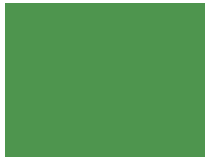
<source format=gbr>
%FSLAX34Y34*%
%MOMM*%
%LNSMDMASK_TOP*%
G71*
G01*
%ADD10R, 17.000X13.000*%
%LPD*%
X1143016Y831338D02*
G54D10*
D03*
M02*

</source>
